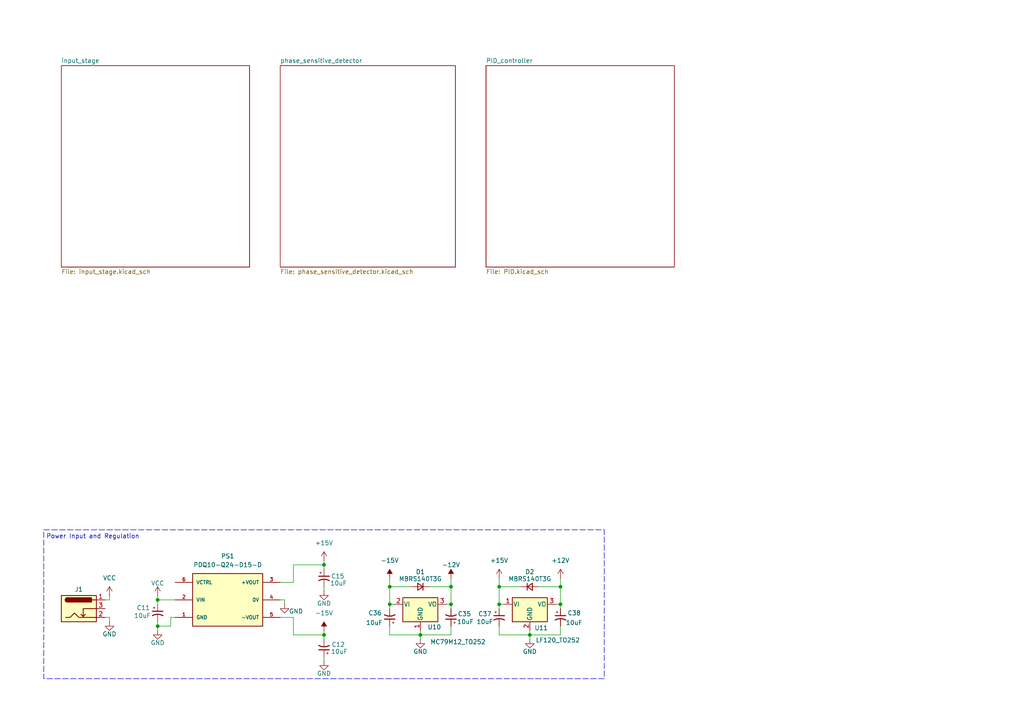
<source format=kicad_sch>
(kicad_sch (version 20231120) (generator "eeschema") (generator_version "8.0")
  (paper "A4")
  (title_block (title "AFC") (date "2024-09-16") (rev "v1.0") (company "openEPR") (comment 1 "Timothy Keller"))
  (lib_symbols
    (symbol "Connector:Barrel_Jack_Switch" (pin_names hide)
      (property "Reference" "J" (at 0 5.334 0))
      (property "Value" "Barrel_Jack_Switch" (at 0 -5.08 0))
      (symbol "Barrel_Jack_Switch_0_1"
        (rectangle (start -5.08 3.81) (end 5.08 -3.81) (stroke (width 0.254)) (fill (type background)))
        (arc (start -3.302 3.175) (mid -3.9343 2.54) (end -3.302 1.905) (stroke (width 0.254)))
        (arc (start -3.302 3.175) (mid -3.9343 2.54) (end -3.302 1.905) (stroke (width 0.254)) (fill (type outline)))
        (polyline (pts (xy 1.27 -2.286) (xy 1.905 -1.651)) (stroke (width 0.254)))
        (polyline (pts (xy 5.08 2.54) (xy 3.81 2.54)) (stroke (width 0.254)))
        (polyline (pts (xy 5.08 0) (xy 1.27 0) (xy 1.27 -2.286) (xy 0.635 -1.651)) (stroke (width 0.254)))
        (polyline (pts (xy -3.81 -2.54) (xy -2.54 -2.54) (xy -1.27 -1.27) (xy 0 -2.54) (xy 2.54 -2.54) (xy 5.08 -2.54)) (stroke (width 0.254)))
        (rectangle (start 3.683 3.175) (end -3.302 1.905) (stroke (width 0.254)) (fill (type outline)))
      )
      (symbol "Barrel_Jack_Switch_1_1"
        (pin passive line (at 7.62 2.54 180) (length 2.54) (name "~") (number "1"))
        (pin passive line (at 7.62 -2.54 180) (length 2.54) (name "~") (number "2"))
        (pin passive line (at 7.62 0 180) (length 2.54) (name "~") (number "3"))
      )
    )
    (symbol "Device:C_Polarized_Small_US" (pin_numbers hide) (pin_names (offset 0.254) hide)
      (property "Reference" "C" (at 0.254 1.778 0))
      (property "Value" "C_Polarized_Small_US" (at 0.254 -2.032 0))
      (symbol "C_Polarized_Small_US_0_1"
        (polyline (pts (xy -1.524 0.508) (xy 1.524 0.508)) (stroke (width 0.3048)))
        (polyline (pts (xy -1.27 1.524) (xy -0.762 1.524)))
        (polyline (pts (xy -1.016 1.27) (xy -1.016 1.778)))
        (arc (start 1.524 -0.762) (mid 0 -0.3734) (end -1.524 -0.762) (stroke (width 0.3048)))
      )
      (symbol "C_Polarized_Small_US_1_1"
        (pin passive line (at 0 2.54 270) (length 2.032) (name "~") (number "1"))
        (pin passive line (at 0 -2.54 90) (length 2.032) (name "~") (number "2"))
      )
    )
    (symbol "Device:D_Small" (pin_numbers hide) (pin_names (offset 0.254) hide)
      (property "Reference" "D" (at -1.27 2.032 0))
      (property "Value" "D_Small" (at -3.81 -2.032 0))
      (symbol "D_Small_0_1"
        (polyline (pts (xy -0.762 -1.016) (xy -0.762 1.016)) (stroke (width 0.254)))
        (polyline (pts (xy -0.762 0) (xy 0.762 0)))
        (polyline (pts (xy 0.762 -1.016) (xy -0.762 0) (xy 0.762 1.016) (xy 0.762 -1.016)) (stroke (width 0.254)))
      )
      (symbol "D_Small_1_1"
        (pin passive line (at -2.54 0 0) (length 1.778) (name "K") (number "1"))
        (pin passive line (at 2.54 0 180) (length 1.778) (name "A") (number "2"))
      )
    )
    (symbol "Regulator_Linear:LF120_TO252" (pin_names (offset 0.254))
      (property "Reference" "U" (at -3.81 3.175 0))
      (property "Value" "LF120_TO252" (at 0 3.175 0))
      (symbol "LF120_TO252_0_1"
        (rectangle (start -5.08 1.905) (end 5.08 -5.08) (stroke (width 0.254)) (fill (type background)))
      )
      (symbol "LF120_TO252_1_1"
        (pin power_in line (at -7.62 0 0) (length 2.54) (name "VI") (number "1"))
        (pin power_in line (at 0 -7.62 90) (length 2.54) (name "GND") (number "2"))
        (pin power_out line (at 7.62 0 180) (length 2.54) (name "VO") (number "3"))
      )
    )
    (symbol "Regulator_Linear:MC79M12_TO252" (pin_names (offset 0.254))
      (property "Reference" "U" (at -3.81 -3.175 0))
      (property "Value" "MC79M12_TO252" (at 0 -3.175 0))
      (symbol "MC79M12_TO252_0_1"
        (rectangle (start -5.08 5.08) (end 5.08 -1.905) (stroke (width 0.254)) (fill (type background)))
      )
      (symbol "MC79M12_TO252_1_1"
        (pin power_in line (at 0 7.62 270) (length 2.54) (name "GND") (number "1"))
        (pin power_in line (at -7.62 0 0) (length 2.54) (name "VI") (number "2"))
        (pin power_out line (at 7.62 0 180) (length 2.54) (name "VO") (number "3"))
      )
    )
    (symbol "_tim-DC_DC:PDQE10-Q24-D5-D" (pin_names (offset 1.016))
      (property "Reference" "PS" (at -10.16 8.382 0))
      (property "Value" "PDQE10-Q24-D5-D" (at -10.16 -10.16 0))
      (symbol "PDQE10-Q24-D5-D_0_0"
        (rectangle (start -10.16 -7.62) (end 10.16 7.62) (stroke (width 0.254)) (fill (type background)))
        (pin input line (at -15.24 -5.08 0) (length 5.08) (name "GND") (number "1"))
        (pin power_in line (at -15.24 0 0) (length 5.08) (name "VIN") (number "2"))
        (pin input line (at 15.24 5.08 180) (length 5.08) (name "+VOUT") (number "3"))
        (pin output line (at 15.24 0 180) (length 5.08) (name "0V") (number "4"))
        (pin output line (at 15.24 -5.08 180) (length 5.08) (name "-VOUT") (number "5"))
        (pin output line (at -15.24 5.08 0) (length 5.08) (name "VCTRL") (number "6"))
      )
    )
    (symbol "power:+12V" (power) (pin_numbers hide) (pin_names (offset 0) hide)
      (property "Value" "+12V" (at 0 3.556 0))
      (symbol "+12V_0_1"
        (polyline (pts (xy -0.762 1.27) (xy 0 2.54)))
        (polyline (pts (xy 0 0) (xy 0 2.54)))
        (polyline (pts (xy 0 2.54) (xy 0.762 1.27)))
      )
      (symbol "+12V_1_1"
        (pin power_in line (at 0 0 90) (length 0) (name "~") (number "1"))
      )
    )
    (symbol "power:+15V" (power) (pin_numbers hide) (pin_names (offset 0) hide)
      (property "Value" "+15V" (at 0 3.556 0))
      (symbol "+15V_0_1"
        (polyline (pts (xy -0.762 1.27) (xy 0 2.54)))
        (polyline (pts (xy 0 0) (xy 0 2.54)))
        (polyline (pts (xy 0 2.54) (xy 0.762 1.27)))
      )
      (symbol "+15V_1_1"
        (pin power_in line (at 0 0 90) (length 0) (name "~") (number "1"))
      )
    )
    (symbol "power:-12V" (power) (pin_numbers hide) (pin_names (offset 0) hide)
      (property "Value" "-12V" (at 0 3.556 0))
      (symbol "-12V_0_0"
        (pin power_in line (at 0 0 90) (length 0) (name "~") (number "1"))
      )
      (symbol "-12V_0_1"
        (polyline (pts (xy 0 0) (xy 0 1.27) (xy 0.762 1.27) (xy 0 2.54) (xy -0.762 1.27) (xy 0 1.27)) (fill (type outline)))
      )
    )
    (symbol "power:-15V" (power) (pin_numbers hide) (pin_names (offset 0) hide)
      (property "Value" "-15V" (at 0 3.556 0))
      (symbol "-15V_0_0"
        (pin power_in line (at 0 0 90) (length 0) (name "~") (number "1"))
      )
      (symbol "-15V_0_1"
        (polyline (pts (xy 0 0) (xy 0 1.27) (xy 0.762 1.27) (xy 0 2.54) (xy -0.762 1.27) (xy 0 1.27)) (fill (type outline)))
      )
    )
    (symbol "power:GND" (power) (pin_numbers hide) (pin_names (offset 0) hide)
      (property "Value" "GND" (at 0 -3.81 0))
      (symbol "GND_0_1"
        (polyline (pts (xy 0 0) (xy 0 -1.27) (xy 1.27 -1.27) (xy 0 -2.54) (xy -1.27 -1.27) (xy 0 -1.27)))
      )
      (symbol "GND_1_1"
        (pin power_in line (at 0 0 270) (length 0) (name "~") (number "1"))
      )
    )
    (symbol "power:VCC" (power) (pin_numbers hide) (pin_names (offset 0) hide)
      (property "Value" "VCC" (at 0 3.556 0))
      (symbol "VCC_0_1"
        (polyline (pts (xy -0.762 1.27) (xy 0 2.54)))
        (polyline (pts (xy 0 0) (xy 0 2.54)))
        (polyline (pts (xy 0 2.54) (xy 0.762 1.27)))
      )
      (symbol "VCC_1_1"
        (pin power_in line (at 0 0 90) (length 0) (name "~") (number "1"))
      )
    )
  )
  (junction (at 144.78 170.18))
  (junction (at 93.98 184.15))
  (junction (at 93.98 163.83))
  (junction (at 153.67 184.15))
  (junction (at 162.56 170.18))
  (junction (at 144.78 175.26))
  (junction (at 45.72 181.61))
  (junction (at 45.72 173.99))
  (junction (at 121.92 184.15))
  (junction (at 113.03 175.26))
  (junction (at 130.81 175.26))
  (junction (at 162.56 175.26))
  (junction (at 113.03 170.18))
  (junction (at 130.81 170.18))
  (wire (pts (xy 93.98 171.45) (xy 93.98 170.18)))
  (wire (pts (xy 31.75 180.34) (xy 31.75 179.07)))
  (wire (pts (xy 121.92 184.15) (xy 121.92 185.42)))
  (wire (pts (xy 162.56 175.26) (xy 161.29 175.26)))
  (wire (pts (xy 144.78 181.61) (xy 144.78 184.15)))
  (wire (pts (xy 130.81 181.61) (xy 130.81 184.15)))
  (wire (pts (xy 130.81 175.26) (xy 130.81 176.53)))
  (wire (pts (xy 45.72 181.61) (xy 45.72 182.88)))
  (wire (pts (xy 82.55 173.99) (xy 81.28 173.99)))
  (wire (pts (xy 45.72 172.72) (xy 45.72 173.99)))
  (wire (pts (xy 130.81 167.64) (xy 130.81 170.18)))
  (wire (pts (xy 156.21 170.18) (xy 162.56 170.18)))
  (wire (pts (xy 162.56 167.64) (xy 162.56 170.18)))
  (wire (pts (xy 124.46 170.18) (xy 130.81 170.18)))
  (wire (pts (xy 45.72 175.26) (xy 45.72 173.99)))
  (wire (pts (xy 31.75 173.99) (xy 30.48 173.99)))
  (wire (pts (xy 144.78 175.26) (xy 144.78 176.53)))
  (wire (pts (xy 114.3 175.26) (xy 113.03 175.26)))
  (wire (pts (xy 93.98 185.42) (xy 93.98 184.15)))
  (wire (pts (xy 113.03 170.18) (xy 119.38 170.18)))
  (wire (pts (xy 113.03 181.61) (xy 113.03 184.15)))
  (wire (pts (xy 82.55 175.26) (xy 82.55 173.99)))
  (wire (pts (xy 93.98 190.5) (xy 93.98 191.77)))
  (wire (pts (xy 113.03 167.64) (xy 113.03 170.18)))
  (wire (pts (xy 130.81 175.26) (xy 129.54 175.26)))
  (wire (pts (xy 121.92 182.88) (xy 121.92 184.15)))
  (wire (pts (xy 113.03 175.26) (xy 113.03 170.18)))
  (wire (pts (xy 144.78 170.18) (xy 144.78 175.26)))
  (wire (pts (xy 113.03 175.26) (xy 113.03 176.53)))
  (wire (pts (xy 153.67 184.15) (xy 153.67 182.88)))
  (wire (pts (xy 162.56 181.61) (xy 162.56 184.15)))
  (wire (pts (xy 93.98 165.1) (xy 93.98 163.83)))
  (wire (pts (xy 45.72 181.61) (xy 49.53 181.61)))
  (wire (pts (xy 130.81 170.18) (xy 130.81 175.26)))
  (wire (pts (xy 49.53 181.61) (xy 49.53 179.07)))
  (wire (pts (xy 85.09 179.07) (xy 81.28 179.07)))
  (wire (pts (xy 85.09 163.83) (xy 93.98 163.83)))
  (wire (pts (xy 93.98 162.56) (xy 93.98 163.83)))
  (wire (pts (xy 153.67 184.15) (xy 153.67 185.42)))
  (wire (pts (xy 31.75 172.72) (xy 31.75 173.99)))
  (wire (pts (xy 113.03 184.15) (xy 121.92 184.15)))
  (wire (pts (xy 85.09 184.15) (xy 85.09 179.07)))
  (wire (pts (xy 49.53 179.07) (xy 50.8 179.07)))
  (wire (pts (xy 144.78 184.15) (xy 153.67 184.15)))
  (wire (pts (xy 45.72 181.61) (xy 45.72 180.34)))
  (wire (pts (xy 146.05 175.26) (xy 144.78 175.26)))
  (wire (pts (xy 162.56 170.18) (xy 162.56 175.26)))
  (wire (pts (xy 151.13 170.18) (xy 144.78 170.18)))
  (wire (pts (xy 45.72 173.99) (xy 50.8 173.99)))
  (wire (pts (xy 93.98 182.88) (xy 93.98 184.15)))
  (wire (pts (xy 144.78 167.64) (xy 144.78 170.18)))
  (wire (pts (xy 81.28 168.91) (xy 85.09 168.91)))
  (wire (pts (xy 130.81 184.15) (xy 121.92 184.15)))
  (wire (pts (xy 31.75 179.07) (xy 30.48 179.07)))
  (wire (pts (xy 162.56 176.53) (xy 162.56 175.26)))
  (wire (pts (xy 162.56 184.15) (xy 153.67 184.15)))
  (wire (pts (xy 85.09 184.15) (xy 93.98 184.15)))
  (wire (pts (xy 85.09 168.91) (xy 85.09 163.83)))
  (rectangle (start 12.7 153.67) (end 175.26 196.85) (stroke (width 0) (type dash)))
  (text "Power Input and Regulation" (at 26.924 155.702 0) (effects (font (size 1.27 1.27))))
  (symbol (lib_id "Device:C_Polarized_Small_US") (at 162.56 179.07 0) (unit 1)
    (property "Reference" "C38" (at 164.592 177.8 0) (effects (justify left)))
    (property "Value" "10uF" (at 164.084 180.594 0) (effects (justify left)))
    (property "Description" "Polarized capacitor, small US symbol" (effects (hide yes)))
  )
  (symbol (lib_id "power:+15V") (at 144.78 167.64 0) (unit 1)
    (property "Reference" "#PWR080" (effects (hide yes)))
    (property "Value" "+15V" (at 144.78 162.56 0))
    (property "Description" "Power symbol creates a global label with name \"+15V\"" (effects (hide yes)))
  )
  (symbol (lib_id "Device:C_Polarized_Small_US") (at 45.72 177.8 0) (unit 1)
    (property "Reference" "C11" (at 39.624 176.276 0) (effects (justify left)))
    (property "Value" "10uF" (at 38.862 178.562 0) (effects (justify left)))
    (property "Description" "Polarized capacitor, small US symbol" (effects (hide yes)))
  )
  (symbol (lib_id "power:+15V") (at 93.98 162.56 0) (unit 1)
    (property "Reference" "#PWR033" (effects (hide yes)))
    (property "Value" "+15V" (at 93.98 157.48 0))
    (property "Description" "Power symbol creates a global label with name \"+15V\"" (effects (hide yes)))
  )
  (symbol (lib_id "Device:C_Polarized_Small_US") (at 130.81 179.07 180) (unit 1)
    (property "Reference" "C35" (at 136.652 178.054 0) (effects (justify left)))
    (property "Value" "10uF" (at 137.414 180.34 0) (effects (justify left)))
    (property "Description" "Polarized capacitor, small US symbol" (effects (hide yes)))
  )
  (symbol (lib_id "Device:C_Polarized_Small_US") (at 113.03 179.07 180) (unit 1)
    (property "Reference" "C36" (at 110.744 177.8 0) (effects (justify left)))
    (property "Value" "10uF" (at 110.998 180.594 0) (effects (justify left)))
    (property "Description" "Polarized capacitor, small US symbol" (effects (hide yes)))
  )
  (symbol (lib_id "Device:C_Polarized_Small_US") (at 93.98 187.96 180) (unit 1)
    (property "Reference" "C12" (at 100.076 186.944 0) (effects (justify left)))
    (property "Value" "10uF" (at 100.838 188.976 0) (effects (justify left)))
    (property "Description" "Polarized capacitor, small US symbol" (effects (hide yes)))
  )
  (symbol (lib_id "power:-15V") (at 93.98 182.88 0) (unit 1)
    (property "Reference" "#PWR032" (effects (hide yes)))
    (property "Value" "-15V" (at 93.98 177.8 0))
    (property "Description" "Power symbol creates a global label with name \"-15V\"" (effects (hide yes)))
  )
  (symbol (lib_id "power:GND") (at 45.72 182.88 0) (unit 1)
    (property "Reference" "#PWR028" (effects (hide yes)))
    (property "Value" "GND" (at 45.72 186.436 0))
    (property "Description" "Power symbol creates a global label with name \"GND\" , ground" (effects (hide yes)))
  )
  (symbol (lib_id "Device:C_Polarized_Small_US") (at 144.78 179.07 0) (unit 1)
    (property "Reference" "C37" (at 138.684 178.054 0) (effects (justify left)))
    (property "Value" "10uF" (at 138.176 180.34 0) (effects (justify left)))
    (property "Description" "Polarized capacitor, small US symbol" (effects (hide yes)))
  )
  (symbol (lib_id "power:GND") (at 31.75 180.34 0) (unit 1)
    (property "Reference" "#PWR026" (effects (hide yes)))
    (property "Value" "GND" (at 31.75 183.896 0))
    (property "Description" "Power symbol creates a global label with name \"GND\" , ground" (effects (hide yes)))
  )
  (symbol (lib_id "Regulator_Linear:LF120_TO252") (at 153.67 175.26 0) (unit 1)
    (property "Reference" "U11" (at 156.972 182.118 0))
    (property "Value" "LF120_TO252" (at 161.798 185.674 0))
    (property "Footprint" "Package_TO_SOT_SMD:TO-252-2" (effects (hide yes)))
    (property "Datasheet" "http://www.st.com/content/ccc/resource/technical/document/datasheet/c4/0e/7e/2a/be/bc/4c/bd/CD00000546.pdf/files/CD00000546.pdf/jcr:content/translations/en.CD00000546.pdf" (effects (hide yes)))
    (property "Description" "Low-drop Voltage Regulator, Io up to 500mA, Fixed Vo 12.0V, TO-252 (DPAK)" (effects (hide yes)))
  )
  (symbol (lib_id "Regulator_Linear:MC79M12_TO252") (at 121.92 175.26 0) (mirror x) (unit 1)
    (property "Reference" "U10" (at 125.984 181.864 0))
    (property "Value" "MC79M12_TO252" (at 132.842 186.182 0))
    (property "Footprint" "Package_TO_SOT_SMD:TO-252-2" (effects (hide yes)))
    (property "Datasheet" "http://www.onsemi.com/pub/Collateral/MC79M00-D.PDF" (effects (hide yes)))
    (property "Description" "Negative 500mA 35V Linear Regulator, Fixed Output -12V, TO-252" (effects (hide yes)))
  )
  (symbol (lib_id "power:GND") (at 93.98 171.45 0) (unit 1)
    (property "Reference" "#PWR035" (effects (hide yes)))
    (property "Value" "GND" (at 93.98 175.006 0))
    (property "Description" "Power symbol creates a global label with name \"GND\" , ground" (effects (hide yes)))
  )
  (symbol (lib_id "power:GND") (at 121.92 185.42 0) (unit 1)
    (property "Reference" "#PWR078" (effects (hide yes)))
    (property "Value" "GND" (at 121.92 188.976 0))
    (property "Description" "Power symbol creates a global label with name \"GND\" , ground" (effects (hide yes)))
  )
  (symbol (lib_id "Device:C_Polarized_Small_US") (at 93.98 167.64 0) (unit 1)
    (property "Reference" "C15" (at 96.012 167.132 0) (effects (justify left)))
    (property "Value" "10uF" (at 95.758 169.164 0) (effects (justify left)))
    (property "Description" "Polarized capacitor, small US symbol" (effects (hide yes)))
  )
  (symbol (lib_id "Connector:Barrel_Jack_Switch") (at 22.86 176.53 0) (unit 1)
    (property "Reference" "J1" (at 22.86 170.942 0))
    (property "Value" "Barrel_Jack_Switch" (effects (hide yes)))
    (property "Description" "DC Barrel Jack with an internal switch" (effects (hide yes)))
  )
  (symbol (lib_id "power:GND") (at 93.98 191.77 0) (unit 1)
    (property "Reference" "#PWR029" (effects (hide yes)))
    (property "Value" "GND" (at 93.98 195.326 0))
    (property "Description" "Power symbol creates a global label with name \"GND\" , ground" (effects (hide yes)))
  )
  (symbol (lib_id "power:GND") (at 153.67 185.42 0) (unit 1)
    (property "Reference" "#PWR083" (effects (hide yes)))
    (property "Value" "GND" (at 153.67 188.976 0))
    (property "Description" "Power symbol creates a global label with name \"GND\" , ground" (effects (hide yes)))
  )
  (symbol (lib_id "Device:D_Small") (at 121.92 170.18 180) (unit 1)
    (property "Reference" "D1" (at 121.92 165.862 0))
    (property "Value" "MBRS140T3G" (at 121.92 167.894 0))
    (property "Description" "Diode, small symbol" (effects (hide yes)))
    (property "Sim.Device" "D" (effects (hide yes)))
    (property "Sim.Pins" "1=K 2=A" (effects (hide yes)))
  )
  (symbol (lib_id "power:VCC") (at 45.72 172.72 0) (unit 1)
    (property "Reference" "#PWR036" (effects (hide yes)))
    (property "Value" "VCC" (at 45.72 169.164 0))
    (property "Description" "Power symbol creates a global label with name \"VCC\"" (effects (hide yes)))
  )
  (symbol (lib_id "Device:D_Small") (at 153.67 170.18 0) (unit 1)
    (property "Reference" "D2" (at 153.67 165.862 0))
    (property "Value" "MBRS140T3G" (at 153.67 167.894 0))
    (property "Description" "Diode, small symbol" (effects (hide yes)))
    (property "Sim.Device" "D" (effects (hide yes)))
    (property "Sim.Pins" "1=K 2=A" (effects (hide yes)))
  )
  (symbol (lib_id "power:GND") (at 82.55 175.26 0) (unit 1)
    (property "Reference" "#PWR031" (effects (hide yes)))
    (property "Value" "GND" (at 85.852 177.292 0))
    (property "Description" "Power symbol creates a global label with name \"GND\" , ground" (effects (hide yes)))
  )
  (symbol (lib_id "power:VCC") (at 31.75 172.72 0) (unit 1)
    (property "Reference" "#PWR027" (effects (hide yes)))
    (property "Value" "VCC" (at 31.75 167.64 0))
    (property "Description" "Power symbol creates a global label with name \"VCC\"" (effects (hide yes)))
  )
  (symbol (lib_id "_tim-DC_DC:PDQE10-Q24-D5-D") (at 66.04 173.99 0) (unit 1)
    (property "Reference" "PS1" (at 66.04 161.29 0))
    (property "Value" "PDQ10-Q24-D15-D" (at 66.04 163.83 0))
    (property "Datasheet" "https://www.cui.com/product/resource/pdqe10-d.pdf" (effects (hide yes)))
    (property "Description" "Isolated Module DC DC Converter 2 Output 5V -5V 1A, 1A 9V - 36V Input" (effects (hide yes)))
    (property "MAXIMUM_PACKAGE_HEIGHT" "11.70mm" (effects (hide yes)))
    (property "PARTREV" "1.0" (effects (hide yes)))
    (property "MANUFACTURER" "CUI Inc." (effects (hide yes)))
    (property "STANDARD" "Manufacturer Recommendations" (effects (hide yes)))
  )
  (symbol (lib_id "power:-15V") (at 113.03 167.64 0) (unit 1)
    (property "Reference" "#PWR084" (effects (hide yes)))
    (property "Value" "-15V" (at 113.03 162.56 0))
    (property "Description" "Power symbol creates a global label with name \"-15V\"" (effects (hide yes)))
  )
  (symbol (lib_id "power:-12V") (at 130.81 167.64 0) (unit 1)
    (property "Reference" "#PWR079" (effects (hide yes)))
    (property "Value" "-12V" (at 130.81 163.83 0))
    (property "Description" "Power symbol creates a global label with name \"-12V\"" (effects (hide yes)))
  )
  (symbol (lib_id "power:+12V") (at 162.56 167.64 0) (unit 1)
    (property "Reference" "#PWR082" (effects (hide yes)))
    (property "Value" "+12V" (at 162.56 162.56 0))
    (property "Description" "Power symbol creates a global label with name \"+12V\"" (effects (hide yes)))
  )
  (sheet (at 17.78 19.05) (size 54.61 58.42) (stroke (width 0.1524))
    (property "Sheetname" "input_stage" (at 17.78 18.3384 0) (effects (justify left bottom)))
    (property "Sheetfile" "input_stage.kicad_sch" (at 17.78 78.0546 0) (effects (justify left top)))
  )
  (sheet (at 81.28 19.05) (size 50.8 58.42) (stroke (width 0.1524))
    (property "Sheetname" "phase_sensitive_detector" (at 81.28 18.3384 0) (effects (justify left bottom)))
    (property "Sheetfile" "phase_sensitive_detector.kicad_sch" (at 81.28 78.0546 0) (effects (justify left top)))
  )
  (sheet (at 140.97 19.05) (size 54.61 58.42) (stroke (width 0.1524))
    (property "Sheetname" "PID_controller" (at 140.97 18.3384 0) (effects (justify left bottom)))
    (property "Sheetfile" "PID.kicad_sch" (at 140.97 78.0546 0) (effects (justify left top)))
  )
)
</source>
